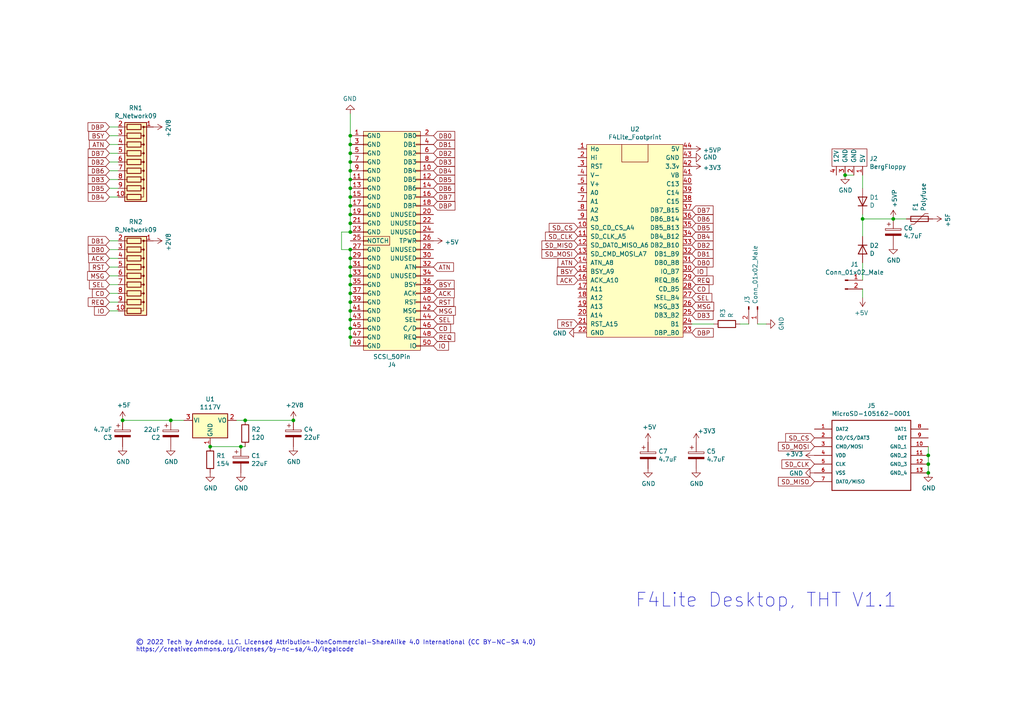
<source format=kicad_sch>
(kicad_sch (version 20211123) (generator eeschema)
  (paper "A4")
  (lib_symbols
    (symbol "Connector:Conn_01x02_Male" (pin_names (offset 1.016) hide)
      (property "Reference" "J" (at 0 2.54 0))
      (property "Value" "Conn_01x02_Male" (at 0 -5.08 0))
      (symbol "Conn_01x02_Male_1_1"
        (polyline (pts (xy 1.27 -2.54) (xy 0.8636 -2.54)) (stroke (width 0.1524)))
        (polyline (pts (xy 1.27 0) (xy 0.8636 0)) (stroke (width 0.1524)))
        (rectangle (start 0.8636 -2.413) (end 0 -2.667) (stroke (width 0.1524)) (fill (type outline)))
        (rectangle (start 0.8636 0.127) (end 0 -0.127) (stroke (width 0.1524)) (fill (type outline)))
        (pin passive line (at 5.08 0 180) (length 3.81) (name "Pin_1") (number "1"))
        (pin passive line (at 5.08 -2.54 180) (length 3.81) (name "Pin_2") (number "2"))
      )
    )
    (symbol "Device:CP" (pin_numbers hide) (pin_names (offset 0.254))
      (property "Reference" "C" (at 0.635 2.54 0))
      (property "Value" "Device_CP" (at 0.635 -2.54 0))
      (symbol "CP_0_1"
        (rectangle (start -2.286 0.508) (end 2.286 1.016))
        (polyline (pts (xy -1.778 2.286) (xy -0.762 2.286)))
        (polyline (pts (xy -1.27 2.794) (xy -1.27 1.778)))
        (rectangle (start 2.286 -0.508) (end -2.286 -1.016) (fill (type outline)))
      )
      (symbol "CP_1_1"
        (pin passive line (at 0 3.81 270) (length 2.794) (name "~") (number "1"))
        (pin passive line (at 0 -3.81 90) (length 2.794) (name "~") (number "2"))
      )
    )
    (symbol "Device:D" (pin_numbers hide) (pin_names (offset 1.016) hide)
      (property "Reference" "D" (at 0 2.54 0))
      (property "Value" "D" (at 0 -2.54 0))
      (symbol "D_0_1"
        (polyline (pts (xy -1.27 1.27) (xy -1.27 -1.27)) (stroke (width 0.254)))
        (polyline (pts (xy 1.27 0) (xy -1.27 0)))
        (polyline (pts (xy 1.27 1.27) (xy 1.27 -1.27) (xy -1.27 0) (xy 1.27 1.27)) (stroke (width 0.254)))
      )
      (symbol "D_1_1"
        (pin passive line (at -3.81 0 0) (length 2.54) (name "K") (number "1"))
        (pin passive line (at 3.81 0 180) (length 2.54) (name "A") (number "2"))
      )
    )
    (symbol "Device:Polyfuse" (pin_numbers hide) (pin_names (offset 0))
      (property "Reference" "F" (at -2.54 0 90))
      (property "Value" "Polyfuse" (at 2.54 0 90))
      (symbol "Polyfuse_0_1"
        (rectangle (start -0.762 2.54) (end 0.762 -2.54) (stroke (width 0.254)))
        (polyline (pts (xy 0 2.54) (xy 0 -2.54)))
        (polyline (pts (xy -1.524 2.54) (xy -1.524 1.524) (xy 1.524 -1.524) (xy 1.524 -2.54)))
      )
      (symbol "Polyfuse_1_1"
        (pin passive line (at 0 3.81 270) (length 1.27) (name "~") (number "1"))
        (pin passive line (at 0 -3.81 90) (length 1.27) (name "~") (number "2"))
      )
    )
    (symbol "Device:R" (pin_numbers hide) (pin_names (offset 0))
      (property "Reference" "R" (at 2.032 0 90))
      (property "Value" "R" (at 0 0 90))
      (symbol "R_0_1"
        (rectangle (start -1.016 -2.54) (end 1.016 2.54) (stroke (width 0.254)))
      )
      (symbol "R_1_1"
        (pin passive line (at 0 3.81 270) (length 1.27) (name "~") (number "1"))
        (pin passive line (at 0 -3.81 90) (length 1.27) (name "~") (number "2"))
      )
    )
    (symbol "Device:R_Network09" (pin_names (offset 0) hide)
      (property "Reference" "RN" (at -12.7 0 90))
      (property "Value" "R_Network09" (at 12.7 0 90))
      (symbol "R_Network09_0_1"
        (rectangle (start -11.43 -3.175) (end 11.43 3.175) (stroke (width 0.254)) (fill (type background)))
        (rectangle (start -10.922 1.524) (end -9.398 -2.54) (stroke (width 0.254)))
        (circle (center -10.16 2.286) (radius 0.254) (fill (type outline)))
        (rectangle (start -8.382 1.524) (end -6.858 -2.54) (stroke (width 0.254)))
        (circle (center -7.62 2.286) (radius 0.254) (fill (type outline)))
        (rectangle (start -5.842 1.524) (end -4.318 -2.54) (stroke (width 0.254)))
        (circle (center -5.08 2.286) (radius 0.254) (fill (type outline)))
        (rectangle (start -3.302 1.524) (end -1.778 -2.54) (stroke (width 0.254)))
        (circle (center -2.54 2.286) (radius 0.254) (fill (type outline)))
        (rectangle (start -0.762 1.524) (end 0.762 -2.54) (stroke (width 0.254)))
        (polyline (pts (xy -10.16 -2.54) (xy -10.16 -3.81)))
        (polyline (pts (xy -7.62 -2.54) (xy -7.62 -3.81)))
        (polyline (pts (xy -5.08 -2.54) (xy -5.08 -3.81)))
        (polyline (pts (xy -2.54 -2.54) (xy -2.54 -3.81)))
        (polyline (pts (xy 0 -2.54) (xy 0 -3.81)))
        (polyline (pts (xy 2.54 -2.54) (xy 2.54 -3.81)))
        (polyline (pts (xy 5.08 -2.54) (xy 5.08 -3.81)))
        (polyline (pts (xy 7.62 -2.54) (xy 7.62 -3.81)))
        (polyline (pts (xy 10.16 -2.54) (xy 10.16 -3.81)))
        (polyline (pts (xy -10.16 1.524) (xy -10.16 2.286) (xy -7.62 2.286) (xy -7.62 1.524)))
        (polyline (pts (xy -7.62 1.524) (xy -7.62 2.286) (xy -5.08 2.286) (xy -5.08 1.524)))
        (polyline (pts (xy -5.08 1.524) (xy -5.08 2.286) (xy -2.54 2.286) (xy -2.54 1.524)))
        (polyline (pts (xy -2.54 1.524) (xy -2.54 2.286) (xy 0 2.286) (xy 0 1.524)))
        (polyline (pts (xy 0 1.524) (xy 0 2.286) (xy 2.54 2.286) (xy 2.54 1.524)))
        (polyline (pts (xy 2.54 1.524) (xy 2.54 2.286) (xy 5.08 2.286) (xy 5.08 1.524)))
        (polyline (pts (xy 5.08 1.524) (xy 5.08 2.286) (xy 7.62 2.286) (xy 7.62 1.524)))
        (polyline (pts (xy 7.62 1.524) (xy 7.62 2.286) (xy 10.16 2.286) (xy 10.16 1.524)))
        (circle (center 0 2.286) (radius 0.254) (fill (type outline)))
        (rectangle (start 1.778 1.524) (end 3.302 -2.54) (stroke (width 0.254)))
        (circle (center 2.54 2.286) (radius 0.254) (fill (type outline)))
        (rectangle (start 4.318 1.524) (end 5.842 -2.54) (stroke (width 0.254)))
        (circle (center 5.08 2.286) (radius 0.254) (fill (type outline)))
        (rectangle (start 6.858 1.524) (end 8.382 -2.54) (stroke (width 0.254)))
        (circle (center 7.62 2.286) (radius 0.254) (fill (type outline)))
        (rectangle (start 9.398 1.524) (end 10.922 -2.54) (stroke (width 0.254)))
      )
      (symbol "R_Network09_1_1"
        (pin passive line (at -10.16 5.08 270) (length 2.54) (name "common") (number "1"))
        (pin passive line (at 10.16 -5.08 90) (length 1.27) (name "R9") (number "10"))
        (pin passive line (at -10.16 -5.08 90) (length 1.27) (name "R1") (number "2"))
        (pin passive line (at -7.62 -5.08 90) (length 1.27) (name "R2") (number "3"))
        (pin passive line (at -5.08 -5.08 90) (length 1.27) (name "R3") (number "4"))
        (pin passive line (at -2.54 -5.08 90) (length 1.27) (name "R4") (number "5"))
        (pin passive line (at 0 -5.08 90) (length 1.27) (name "R5") (number "6"))
        (pin passive line (at 2.54 -5.08 90) (length 1.27) (name "R6") (number "7"))
        (pin passive line (at 5.08 -5.08 90) (length 1.27) (name "R7") (number "8"))
        (pin passive line (at 7.62 -5.08 90) (length 1.27) (name "R8") (number "9"))
      )
    )
    (symbol "Regulator_Linear:AMS1117CD-2.85" (pin_names (offset 0.254))
      (property "Reference" "U" (at -3.81 3.175 0))
      (property "Value" "AMS1117CD-2.85" (at 0 3.175 0))
      (symbol "AMS1117CD-2.85_0_1"
        (rectangle (start -5.08 -5.08) (end 5.08 1.905) (stroke (width 0.254)) (fill (type background)))
      )
      (symbol "AMS1117CD-2.85_1_1"
        (pin power_in line (at 0 -7.62 90) (length 2.54) (name "GND") (number "1"))
        (pin power_out line (at 7.62 0 180) (length 2.54) (name "VO") (number "2"))
        (pin power_in line (at -7.62 0 0) (length 2.54) (name "VI") (number "3"))
      )
    )
    (symbol "custom_symbols:+5V_TPWR" (power) (pin_names (offset 0))
      (property "Value" "custom_symbols_+5V_TPWR" (at 0 3.556 0))
      (symbol "+5V_TPWR_0_1"
        (polyline (pts (xy -0.762 1.27) (xy 0 2.54)))
        (polyline (pts (xy 0 0) (xy 0 2.54)))
        (polyline (pts (xy 0 2.54) (xy 0.762 1.27)))
      )
      (symbol "+5V_TPWR_1_1"
        (pin power_in line (at 0 0 90) (length 0) hide (name "+5V") (number "1"))
      )
    )
    (symbol "custom_symbols:BergFloppy" (pin_names (offset 1.016))
      (property "Reference" "J" (at 0 -1.27 0))
      (property "Value" "custom_symbols_BergFloppy" (at 0 1.27 0))
      (symbol "BergFloppy_0_1"
        (rectangle (start -5.08 -10.16) (end 5.08 -5.08))
      )
      (symbol "BergFloppy_1_1"
        (pin power_in line (at 3.81 -12.7 90) (length 2.54) (name "5V") (number "1"))
        (pin power_in line (at 1.27 -12.7 90) (length 2.54) (name "GND") (number "2"))
        (pin power_in line (at -1.27 -12.7 90) (length 2.54) (name "GND") (number "3"))
        (pin power_in line (at -3.81 -12.7 90) (length 2.54) (name "12V") (number "4"))
      )
    )
    (symbol "custom_symbols:GreenSCSI_F401" (pin_names (offset 1.016))
      (property "Reference" "U" (at 0 0 0))
      (property "Value" "custom_symbols_GreenSCSI_F401" (at 0 2.54 0))
      (symbol "GreenSCSI_F401_0_1"
        (rectangle (start -13.97 -3.81) (end 13.97 -59.69) (fill (type background)))
        (polyline (pts (xy -3.81 -3.81) (xy -3.81 -8.89) (xy 3.81 -8.89) (xy 3.81 -3.81)))
      )
      (symbol "GreenSCSI_F401_1_1"
        (pin input line (at -16.51 -5.08 0) (length 2.54) (name "Ho") (number "1"))
        (pin input line (at -16.51 -27.94 0) (length 2.54) (name "SD_CD_CS_A4") (number "10"))
        (pin input line (at -16.51 -30.48 0) (length 2.54) (name "SD_CLK_A5") (number "11"))
        (pin input line (at -16.51 -33.02 0) (length 2.54) (name "SD_DAT0_MISO_A6") (number "12"))
        (pin input line (at -16.51 -35.56 0) (length 2.54) (name "SD_CMD_MOSI_A7") (number "13"))
        (pin input line (at -16.51 -38.1 0) (length 2.54) (name "ATN_A8") (number "14"))
        (pin input line (at -16.51 -40.64 0) (length 2.54) (name "BSY_A9") (number "15"))
        (pin input line (at -16.51 -43.18 0) (length 2.54) (name "ACK_A10") (number "16"))
        (pin input line (at -16.51 -45.72 0) (length 2.54) (name "A11") (number "17"))
        (pin input line (at -16.51 -48.26 0) (length 2.54) (name "A12") (number "18"))
        (pin input line (at -16.51 -50.8 0) (length 2.54) (name "A13") (number "19"))
        (pin input line (at -16.51 -7.62 0) (length 2.54) (name "Hi") (number "2"))
        (pin input line (at -16.51 -53.34 0) (length 2.54) (name "A14") (number "20"))
        (pin input line (at -16.51 -55.88 0) (length 2.54) (name "RST_A15") (number "21"))
        (pin input line (at -16.51 -58.42 0) (length 2.54) (name "GND") (number "22"))
        (pin input line (at 16.51 -58.42 180) (length 2.54) (name "DBP_B0") (number "23"))
        (pin input line (at 16.51 -55.88 180) (length 2.54) (name "B1") (number "24"))
        (pin input line (at 16.51 -53.34 180) (length 2.54) (name "DB3_B2") (number "25"))
        (pin input line (at 16.51 -50.8 180) (length 2.54) (name "MSG_B3") (number "26"))
        (pin input line (at 16.51 -48.26 180) (length 2.54) (name "SEL_B4") (number "27"))
        (pin input line (at 16.51 -45.72 180) (length 2.54) (name "CD_B5") (number "28"))
        (pin input line (at 16.51 -43.18 180) (length 2.54) (name "REQ_B6") (number "29"))
        (pin input line (at -16.51 -10.16 0) (length 2.54) (name "RST") (number "3"))
        (pin input line (at 16.51 -40.64 180) (length 2.54) (name "IO_B7") (number "30"))
        (pin input line (at 16.51 -38.1 180) (length 2.54) (name "DB0_B8") (number "31"))
        (pin input line (at 16.51 -35.56 180) (length 2.54) (name "DB1_B9") (number "32"))
        (pin input line (at 16.51 -33.02 180) (length 2.54) (name "DB2_B10") (number "33"))
        (pin input line (at 16.51 -30.48 180) (length 2.54) (name "DB4_B12") (number "34"))
        (pin input line (at 16.51 -27.94 180) (length 2.54) (name "DB5_B13") (number "35"))
        (pin input line (at 16.51 -25.4 180) (length 2.54) (name "DB6_B14") (number "36"))
        (pin input line (at 16.51 -22.86 180) (length 2.54) (name "DB7_B15") (number "37"))
        (pin input line (at 16.51 -20.32 180) (length 2.54) (name "C15") (number "38"))
        (pin input line (at 16.51 -17.78 180) (length 2.54) (name "C14") (number "39"))
        (pin input line (at -16.51 -12.7 0) (length 2.54) (name "V-") (number "4"))
        (pin input line (at 16.51 -15.24 180) (length 2.54) (name "C13") (number "40"))
        (pin input line (at 16.51 -12.7 180) (length 2.54) (name "VB") (number "41"))
        (pin input line (at 16.51 -10.16 180) (length 2.54) (name "3.3v") (number "42"))
        (pin input line (at 16.51 -7.62 180) (length 2.54) (name "GND") (number "43"))
        (pin input line (at 16.51 -5.08 180) (length 2.54) (name "5V") (number "44"))
        (pin input line (at -16.51 -15.24 0) (length 2.54) (name "V+") (number "5"))
        (pin input line (at -16.51 -17.78 0) (length 2.54) (name "A0") (number "6"))
        (pin input line (at -16.51 -20.32 0) (length 2.54) (name "A1") (number "7"))
        (pin input line (at -16.51 -22.86 0) (length 2.54) (name "A2") (number "8"))
        (pin input line (at -16.51 -25.4 0) (length 2.54) (name "A3") (number "9"))
      )
    )
    (symbol "custom_symbols:MicroSD-105162-0001" (pin_names (offset 1.016))
      (property "Reference" "J" (at 29.21 7.62 0))
      (property "Value" "custom_symbols_MicroSD-105162-0001" (at 29.21 5.08 0))
      (symbol "MicroSD-105162-0001_0_0"
        (polyline (pts (xy 5.08 2.54) (xy 5.08 -17.78)) (stroke (width 0.254)))
        (polyline (pts (xy 5.08 2.54) (xy 27.94 2.54)) (stroke (width 0.254)))
        (polyline (pts (xy 27.94 -17.78) (xy 5.08 -17.78)) (stroke (width 0.254)))
        (polyline (pts (xy 27.94 -17.78) (xy 27.94 2.54)) (stroke (width 0.254)))
        (pin bidirectional line (at 0 0 0) (length 5.08) (name "DAT2") (number "1"))
        (pin bidirectional line (at 33.02 -5.08 180) (length 5.08) (name "GND_1") (number "10"))
        (pin bidirectional line (at 33.02 -7.62 180) (length 5.08) (name "GND_2") (number "11"))
        (pin bidirectional line (at 33.02 -10.16 180) (length 5.08) (name "GND_3") (number "12"))
        (pin bidirectional line (at 33.02 -12.7 180) (length 5.08) (name "GND_4") (number "13"))
        (pin bidirectional line (at 0 -2.54 0) (length 5.08) (name "CD/CS/DAT3") (number "2"))
        (pin bidirectional line (at 0 -5.08 0) (length 5.08) (name "CMD/MOSI") (number "3"))
        (pin bidirectional line (at 0 -7.62 0) (length 5.08) (name "VDD") (number "4"))
        (pin bidirectional line (at 0 -10.16 0) (length 5.08) (name "CLK") (number "5"))
        (pin bidirectional line (at 0 -12.7 0) (length 5.08) (name "VSS") (number "6"))
        (pin bidirectional line (at 0 -15.24 0) (length 5.08) (name "DAT0/MISO") (number "7"))
        (pin bidirectional line (at 33.02 0 180) (length 5.08) (name "DAT1") (number "8"))
        (pin bidirectional line (at 33.02 -2.54 180) (length 5.08) (name "DET") (number "9"))
      )
    )
    (symbol "custom_symbols:SCSI_50Pin" (pin_names (offset 1.016))
      (property "Reference" "J" (at -3.81 33.02 0))
      (property "Value" "custom_symbols_SCSI_50Pin" (at -3.81 -33.02 0))
      (symbol "SCSI_50Pin_0_1"
        (rectangle (start -11.43 1.27) (end -3.81 -1.27))
        (rectangle (start -11.43 31.75) (end 5.08 -31.75) (fill (type background)))
      )
      (symbol "SCSI_50Pin_1_1"
        (rectangle (start -11.43 -30.353) (end -10.16 -30.607) (stroke (width 0.1524)))
        (rectangle (start -11.43 -27.813) (end -10.16 -28.067) (stroke (width 0.1524)))
        (rectangle (start -11.43 -25.273) (end -10.16 -25.527) (stroke (width 0.1524)))
        (rectangle (start -11.43 -22.733) (end -10.16 -22.987) (stroke (width 0.1524)))
        (rectangle (start -11.43 -20.193) (end -10.16 -20.447) (stroke (width 0.1524)))
        (rectangle (start -11.43 -17.653) (end -10.16 -17.907) (stroke (width 0.1524)))
        (rectangle (start -11.43 -15.113) (end -10.16 -15.367) (stroke (width 0.1524)))
        (rectangle (start -11.43 -12.573) (end -10.16 -12.827) (stroke (width 0.1524)))
        (rectangle (start -11.43 -10.033) (end -10.16 -10.287) (stroke (width 0.1524)))
        (rectangle (start -11.43 -7.493) (end -10.16 -7.747) (stroke (width 0.1524)))
        (rectangle (start -11.43 -4.953) (end -10.16 -5.207) (stroke (width 0.1524)))
        (rectangle (start -11.43 -2.413) (end -10.16 -2.667) (stroke (width 0.1524)))
        (rectangle (start -11.43 0.127) (end -10.16 -0.127) (stroke (width 0.1524)))
        (rectangle (start -11.43 2.667) (end -10.16 2.413) (stroke (width 0.1524)))
        (rectangle (start -11.43 5.207) (end -10.16 4.953) (stroke (width 0.1524)))
        (rectangle (start -11.43 7.747) (end -10.16 7.493) (stroke (width 0.1524)))
        (rectangle (start -11.43 10.287) (end -10.16 10.033) (stroke (width 0.1524)))
        (rectangle (start -11.43 12.827) (end -10.16 12.573) (stroke (width 0.1524)))
        (rectangle (start -11.43 15.367) (end -10.16 15.113) (stroke (width 0.1524)))
        (rectangle (start -11.43 17.907) (end -10.16 17.653) (stroke (width 0.1524)))
        (rectangle (start -11.43 20.447) (end -10.16 20.193) (stroke (width 0.1524)))
        (rectangle (start -11.43 22.987) (end -10.16 22.733) (stroke (width 0.1524)))
        (rectangle (start -11.43 25.527) (end -10.16 25.273) (stroke (width 0.1524)))
        (rectangle (start -11.43 28.067) (end -10.16 27.813) (stroke (width 0.1524)))
        (rectangle (start -11.43 30.607) (end -10.16 30.353) (stroke (width 0.1524)))
        (rectangle (start 5.08 -30.353) (end 3.81 -30.607) (stroke (width 0.1524)))
        (rectangle (start 5.08 -27.813) (end 3.81 -28.067) (stroke (width 0.1524)))
        (rectangle (start 5.08 -25.273) (end 3.81 -25.527) (stroke (width 0.1524)))
        (rectangle (start 5.08 -22.733) (end 3.81 -22.987) (stroke (width 0.1524)))
        (rectangle (start 5.08 -20.193) (end 3.81 -20.447) (stroke (width 0.1524)))
        (rectangle (start 5.08 -17.653) (end 3.81 -17.907) (stroke (width 0.1524)))
        (rectangle (start 5.08 -15.113) (end 3.81 -15.367) (stroke (width 0.1524)))
        (rectangle (start 5.08 -12.573) (end 3.81 -12.827) (stroke (width 0.1524)))
        (rectangle (start 5.08 -10.033) (end 3.81 -10.287) (stroke (width 0.1524)))
        (rectangle (start 5.08 -7.493) (end 3.81 -7.747) (stroke (width 0.1524)))
        (rectangle (start 5.08 -4.953) (end 3.81 -5.207) (stroke (width 0.1524)))
        (rectangle (start 5.08 -2.413) (end 3.81 -2.667) (stroke (width 0.1524)))
        (rectangle (start 5.08 0.127) (end 3.81 -0.127) (stroke (width 0.1524)))
        (rectangle (start 5.08 2.667) (end 3.81 2.413) (stroke (width 0.1524)))
        (rectangle (start 5.08 5.207) (end 3.81 4.953) (stroke (width 0.1524)))
        (rectangle (start 5.08 7.747) (end 3.81 7.493) (stroke (width 0.1524)))
        (rectangle (start 5.08 10.287) (end 3.81 10.033) (stroke (width 0.1524)))
        (rectangle (start 5.08 12.827) (end 3.81 12.573) (stroke (width 0.1524)))
        (rectangle (start 5.08 15.367) (end 3.81 15.113) (stroke (width 0.1524)))
        (rectangle (start 5.08 17.907) (end 3.81 17.653) (stroke (width 0.1524)))
        (rectangle (start 5.08 20.447) (end 3.81 20.193) (stroke (width 0.1524)))
        (rectangle (start 5.08 22.987) (end 3.81 22.733) (stroke (width 0.1524)))
        (rectangle (start 5.08 25.527) (end 3.81 25.273) (stroke (width 0.1524)))
        (rectangle (start 5.08 28.067) (end 3.81 27.813) (stroke (width 0.1524)))
        (rectangle (start 5.08 30.607) (end 3.81 30.353) (stroke (width 0.1524)))
        (pin passive line (at -15.24 30.48 0) (length 3.81) (name "GND") (number "1"))
        (pin passive line (at 8.89 20.32 180) (length 3.81) (name "DB4") (number "10"))
        (pin passive line (at -15.24 17.78 0) (length 3.81) (name "GND") (number "11"))
        (pin passive line (at 8.89 17.78 180) (length 3.81) (name "DB5") (number "12"))
        (pin passive line (at -15.24 15.24 0) (length 3.81) (name "GND") (number "13"))
        (pin passive line (at 8.89 15.24 180) (length 3.81) (name "DB6") (number "14"))
        (pin passive line (at -15.24 12.7 0) (length 3.81) (name "GND") (number "15"))
        (pin passive line (at 8.89 12.7 180) (length 3.81) (name "DB7") (number "16"))
        (pin passive line (at -15.24 10.16 0) (length 3.81) (name "GND") (number "17"))
        (pin passive line (at 8.89 10.16 180) (length 3.81) (name "DBP") (number "18"))
        (pin passive line (at -15.24 7.62 0) (length 3.81) (name "GND") (number "19"))
        (pin passive line (at 8.89 30.48 180) (length 3.81) (name "DB0") (number "2"))
        (pin passive line (at 8.89 7.62 180) (length 3.81) (name "UNUSED") (number "20"))
        (pin passive line (at -15.24 5.08 0) (length 3.81) (name "GND") (number "21"))
        (pin passive line (at 8.89 5.08 180) (length 3.81) (name "UNUSED") (number "22"))
        (pin passive line (at -15.24 2.54 0) (length 3.81) (name "GND") (number "23"))
        (pin passive line (at 8.89 2.54 180) (length 3.81) (name "UNUSED") (number "24"))
        (pin passive line (at -15.24 0 0) (length 3.81) (name "NOTCH") (number "25"))
        (pin passive line (at 8.89 0 180) (length 3.81) (name "TPWR") (number "26"))
        (pin passive line (at -15.24 -2.54 0) (length 3.81) (name "GND") (number "27"))
        (pin passive line (at 8.89 -2.54 180) (length 3.81) (name "UNUSED") (number "28"))
        (pin passive line (at -15.24 -5.08 0) (length 3.81) (name "GND") (number "29"))
        (pin passive line (at -15.24 27.94 0) (length 3.81) (name "GND") (number "3"))
        (pin passive line (at 8.89 -5.08 180) (length 3.81) (name "UNUSED") (number "30"))
        (pin passive line (at -15.24 -7.62 0) (length 3.81) (name "GND") (number "31"))
        (pin passive line (at 8.89 -7.62 180) (length 3.81) (name "ATN") (number "32"))
        (pin passive line (at -15.24 -10.16 0) (length 3.81) (name "GND") (number "33"))
        (pin passive line (at 8.89 -10.16 180) (length 3.81) (name "UNUSED") (number "34"))
        (pin passive line (at -15.24 -12.7 0) (length 3.81) (name "GND") (number "35"))
        (pin passive line (at 8.89 -12.7 180) (length 3.81) (name "BSY") (number "36"))
        (pin passive line (at -15.24 -15.24 0) (length 3.81) (name "GND") (number "37"))
        (pin passive line (at 8.89 -15.24 180) (length 3.81) (name "ACK") (number "38"))
        (pin passive line (at -15.24 -17.78 0) (length 3.81) (name "GND") (number "39"))
        (pin passive line (at 8.89 27.94 180) (length 3.81) (name "DB1") (number "4"))
        (pin passive line (at 8.89 -17.78 180) (length 3.81) (name "RST") (number "40"))
        (pin passive line (at -15.24 -20.32 0) (length 3.81) (name "GND") (number "41"))
        (pin passive line (at 8.89 -20.32 180) (length 3.81) (name "MSG") (number "42"))
        (pin passive line (at -15.24 -22.86 0) (length 3.81) (name "GND") (number "43"))
        (pin passive line (at 8.89 -22.86 180) (length 3.81) (name "SEL") (number "44"))
        (pin passive line (at -15.24 -25.4 0) (length 3.81) (name "GND") (number "45"))
        (pin passive line (at 8.89 -25.4 180) (length 3.81) (name "C/D") (number "46"))
        (pin passive line (at -15.24 -27.94 0) (length 3.81) (name "GND") (number "47"))
        (pin passive line (at 8.89 -27.94 180) (length 3.81) (name "REQ") (number "48"))
        (pin passive line (at -15.24 -30.48 0) (length 3.81) (name "GND") (number "49"))
        (pin passive line (at -15.24 25.4 0) (length 3.81) (name "GND") (number "5"))
        (pin passive line (at 8.89 -30.48 180) (length 3.81) (name "IO") (number "50"))
        (pin passive line (at 8.89 25.4 180) (length 3.81) (name "DB2") (number "6"))
        (pin passive line (at -15.24 22.86 0) (length 3.81) (name "GND") (number "7"))
        (pin passive line (at 8.89 22.86 180) (length 3.81) (name "DB3") (number "8"))
        (pin passive line (at -15.24 20.32 0) (length 3.81) (name "GND") (number "9"))
      )
    )
    (symbol "power:+2V8" (power) (pin_names (offset 0))
      (property "Value" "+2V8" (at 0 3.556 0))
      (symbol "+2V8_0_1"
        (polyline (pts (xy -0.762 1.27) (xy 0 2.54)))
        (polyline (pts (xy 0 0) (xy 0 2.54)))
        (polyline (pts (xy 0 2.54) (xy 0.762 1.27)))
      )
      (symbol "+2V8_1_1"
        (pin power_in line (at 0 0 90) (length 0) hide (name "+2V8") (number "1"))
      )
    )
    (symbol "power:+3V3" (power) (pin_names (offset 0))
      (property "Value" "+3V3" (at 0 3.556 0))
      (symbol "+3V3_0_1"
        (polyline (pts (xy -0.762 1.27) (xy 0 2.54)))
        (polyline (pts (xy 0 0) (xy 0 2.54)))
        (polyline (pts (xy 0 2.54) (xy 0.762 1.27)))
      )
      (symbol "+3V3_1_1"
        (pin power_in line (at 0 0 90) (length 0) hide (name "+3V3") (number "1"))
      )
    )
    (symbol "power:+5F" (power) (pin_names (offset 0))
      (property "Value" "+5F" (at 0 3.556 0))
      (symbol "+5F_0_1"
        (polyline (pts (xy -0.762 1.27) (xy 0 2.54)))
        (polyline (pts (xy 0 0) (xy 0 2.54)))
        (polyline (pts (xy 0 2.54) (xy 0.762 1.27)))
      )
      (symbol "+5F_1_1"
        (pin power_in line (at 0 0 90) (length 0) hide (name "+5F") (number "1"))
      )
    )
    (symbol "power:+5VP" (power) (pin_names (offset 0))
      (property "Value" "+5VP" (at 0 3.556 0))
      (symbol "+5VP_0_1"
        (polyline (pts (xy -0.762 1.27) (xy 0 2.54)))
        (polyline (pts (xy 0 0) (xy 0 2.54)))
        (polyline (pts (xy 0 2.54) (xy 0.762 1.27)))
      )
      (symbol "+5VP_1_1"
        (pin power_in line (at 0 0 90) (length 0) hide (name "+5VP") (number "1"))
      )
    )
    (symbol "power:GND" (power) (pin_names (offset 0))
      (property "Value" "GND" (at 0 -3.81 0))
      (symbol "GND_0_1"
        (polyline (pts (xy 0 0) (xy 0 -1.27) (xy 1.27 -1.27) (xy 0 -2.54) (xy -1.27 -1.27) (xy 0 -1.27)))
      )
      (symbol "GND_1_1"
        (pin power_in line (at 0 0 270) (length 0) hide (name "GND") (number "1"))
      )
    )
  )
  (junction (at 101.6 77.47))
  (junction (at 101.6 80.01))
  (junction (at 69.85 129.54))
  (junction (at 269.24 137.16))
  (junction (at 60.96 129.54))
  (junction (at 101.6 57.15))
  (junction (at 101.6 95.25))
  (junction (at 101.6 44.45))
  (junction (at 101.6 90.17))
  (junction (at 101.6 85.09))
  (junction (at 269.24 134.62))
  (junction (at 49.53 121.92))
  (junction (at 35.56 121.92))
  (junction (at 101.6 87.63))
  (junction (at 101.6 41.91))
  (junction (at 269.24 132.08))
  (junction (at 101.6 49.53))
  (junction (at 101.6 46.99))
  (junction (at 101.6 59.69))
  (junction (at 101.6 52.07))
  (junction (at 85.09 121.92))
  (junction (at 259.08 63.5))
  (junction (at 101.6 72.39))
  (junction (at 101.6 97.79))
  (junction (at 71.12 121.92))
  (junction (at 101.6 62.23))
  (junction (at 245.11 50.8))
  (junction (at 101.6 67.31))
  (junction (at 101.6 54.61))
  (junction (at 101.6 74.93))
  (junction (at 101.6 92.71))
  (junction (at 101.6 64.77))
  (junction (at 101.6 39.37))
  (junction (at 250.19 63.5))
  (junction (at 101.6 82.55))
  (wire (pts (xy 34.29 36.83) (xy 31.75 36.83)))
  (wire (pts (xy 101.6 52.07) (xy 101.6 49.53)))
  (wire (pts (xy 269.24 134.62) (xy 269.24 137.16)))
  (wire (pts (xy 101.6 54.61) (xy 101.6 52.07)))
  (wire (pts (xy 71.12 129.54) (xy 69.85 129.54)))
  (wire (pts (xy 34.29 44.45) (xy 31.75 44.45)))
  (wire (pts (xy 71.12 121.92) (xy 85.09 121.92)))
  (wire (pts (xy 34.29 52.07) (xy 31.75 52.07)))
  (wire (pts (xy 101.6 77.47) (xy 101.6 74.93)))
  (wire (pts (xy 53.34 121.92) (xy 49.53 121.92)))
  (wire (pts (xy 101.6 59.69) (xy 101.6 57.15)))
  (wire (pts (xy 250.19 63.5) (xy 259.08 63.5)))
  (wire (pts (xy 101.6 62.23) (xy 101.6 59.69)))
  (wire (pts (xy 101.6 82.55) (xy 101.6 80.01)))
  (wire (pts (xy 31.75 72.39) (xy 34.29 72.39)))
  (wire (pts (xy 34.29 46.99) (xy 31.75 46.99)))
  (wire (pts (xy 250.19 50.8) (xy 250.19 54.61)))
  (wire (pts (xy 101.6 87.63) (xy 101.6 85.09)))
  (wire (pts (xy 101.6 57.15) (xy 101.6 54.61)))
  (wire (pts (xy 34.29 49.53) (xy 31.75 49.53)))
  (wire (pts (xy 101.6 49.53) (xy 101.6 46.99)))
  (wire (pts (xy 101.6 85.09) (xy 101.6 82.55)))
  (wire (pts (xy 101.6 41.91) (xy 101.6 39.37)))
  (wire (pts (xy 31.75 80.01) (xy 34.29 80.01)))
  (wire (pts (xy 200.66 93.98) (xy 207.01 93.98)))
  (wire (pts (xy 31.75 85.09) (xy 34.29 85.09)))
  (wire (pts (xy 31.75 69.85) (xy 34.29 69.85)))
  (wire (pts (xy 35.56 121.92) (xy 49.53 121.92)))
  (wire (pts (xy 269.24 129.54) (xy 269.24 132.08)))
  (wire (pts (xy 101.6 97.79) (xy 101.6 95.25)))
  (wire (pts (xy 101.6 95.25) (xy 101.6 92.71)))
  (wire (pts (xy 101.6 39.37) (xy 101.6 33.02)))
  (wire (pts (xy 101.6 72.39) (xy 99.06 72.39)))
  (wire (pts (xy 247.65 50.8) (xy 245.11 50.8)))
  (wire (pts (xy 101.6 90.17) (xy 101.6 87.63)))
  (wire (pts (xy 34.29 54.61) (xy 31.75 54.61)))
  (wire (pts (xy 269.24 132.08) (xy 269.24 134.62)))
  (wire (pts (xy 34.29 57.15) (xy 31.75 57.15)))
  (wire (pts (xy 101.6 92.71) (xy 101.6 90.17)))
  (wire (pts (xy 250.19 76.2) (xy 250.19 81.28)))
  (wire (pts (xy 217.17 93.98) (xy 214.63 93.98)))
  (wire (pts (xy 219.71 93.98) (xy 222.25 93.98)))
  (wire (pts (xy 101.6 46.99) (xy 101.6 44.45)))
  (wire (pts (xy 34.29 39.37) (xy 31.75 39.37)))
  (wire (pts (xy 259.08 63.5) (xy 262.89 63.5)))
  (wire (pts (xy 101.6 80.01) (xy 101.6 77.47)))
  (wire (pts (xy 31.75 90.17) (xy 34.29 90.17)))
  (wire (pts (xy 101.6 64.77) (xy 101.6 62.23)))
  (wire (pts (xy 31.75 74.93) (xy 34.29 74.93)))
  (wire (pts (xy 101.6 44.45) (xy 101.6 41.91)))
  (wire (pts (xy 68.58 121.92) (xy 71.12 121.92)))
  (wire (pts (xy 250.19 63.5) (xy 250.19 62.23)))
  (wire (pts (xy 101.6 74.93) (xy 101.6 72.39)))
  (wire (pts (xy 69.85 129.54) (xy 60.96 129.54)))
  (wire (pts (xy 101.6 67.31) (xy 101.6 64.77)))
  (wire (pts (xy 31.75 87.63) (xy 34.29 87.63)))
  (wire (pts (xy 99.06 67.31) (xy 101.6 67.31)))
  (wire (pts (xy 250.19 83.82) (xy 250.19 86.36)))
  (wire (pts (xy 99.06 72.39) (xy 99.06 67.31)))
  (wire (pts (xy 31.75 82.55) (xy 34.29 82.55)))
  (wire (pts (xy 101.6 100.33) (xy 101.6 97.79)))
  (wire (pts (xy 250.19 68.58) (xy 250.19 63.5)))
  (wire (pts (xy 31.75 77.47) (xy 34.29 77.47)))
  (wire (pts (xy 34.29 41.91) (xy 31.75 41.91)))
  (text "F4Lite Desktop, THT V1.1" (at 184.15 176.53 0) (effects (font (size 4 4)) (justify left bottom)))
  (text "© 2022 Tech by Androda, LLC. Licensed Attribution-NonCommercial-ShareAlike 4.0 International (CC BY-NC-SA 4.0)\nhttps://creativecommons.org/licenses/by-nc-sa/4.0/legalcode" (at 39.37 189.23 0) (effects (font (size 1.27 1.27)) (justify left bottom)))
  (global_label "SD_CLK" (shape input) (at 167.64 68.58 180) (property "Intersheet References" "${INTERSHEET_REFS}" (effects hide)))
  (global_label "DB6" (shape input) (at 200.66 63.5 0) (property "Intersheet References" "${INTERSHEET_REFS}" (effects hide)))
  (global_label "SD_CLK" (shape input) (at 236.22 134.62 180) (property "Intersheet References" "${INTERSHEET_REFS}" (effects hide)))
  (global_label "ATN" (shape input) (at 31.75 41.91 180) (property "Intersheet References" "${INTERSHEET_REFS}" (effects hide)))
  (global_label "SD_MOSI" (shape input) (at 236.22 129.54 180) (property "Intersheet References" "${INTERSHEET_REFS}" (effects hide)))
  (global_label "ACK" (shape input) (at 125.73 85.09 0) (property "Intersheet References" "${INTERSHEET_REFS}" (effects hide)))
  (global_label "DB7" (shape input) (at 125.73 57.15 0) (property "Intersheet References" "${INTERSHEET_REFS}" (effects hide)))
  (global_label "RST" (shape input) (at 167.64 93.98 180) (property "Intersheet References" "${INTERSHEET_REFS}" (effects hide)))
  (global_label "SD_CS" (shape input) (at 167.64 66.04 180) (property "Intersheet References" "${INTERSHEET_REFS}" (effects hide)))
  (global_label "DB4" (shape input) (at 200.66 68.58 0) (property "Intersheet References" "${INTERSHEET_REFS}" (effects hide)))
  (global_label "DB1" (shape input) (at 125.73 41.91 0) (property "Intersheet References" "${INTERSHEET_REFS}" (effects hide)))
  (global_label "SD_MOSI" (shape input) (at 167.64 73.66 180) (property "Intersheet References" "${INTERSHEET_REFS}" (effects hide)))
  (global_label "DB7" (shape input) (at 31.75 44.45 180) (property "Intersheet References" "${INTERSHEET_REFS}" (effects hide)))
  (global_label "DB1" (shape input) (at 200.66 73.66 0) (property "Intersheet References" "${INTERSHEET_REFS}" (effects hide)))
  (global_label "DB0" (shape input) (at 200.66 76.2 0) (property "Intersheet References" "${INTERSHEET_REFS}" (effects hide)))
  (global_label "BSY" (shape input) (at 167.64 78.74 180) (property "Intersheet References" "${INTERSHEET_REFS}" (effects hide)))
  (global_label "DB2" (shape input) (at 200.66 71.12 0) (property "Intersheet References" "${INTERSHEET_REFS}" (effects hide)))
  (global_label "SEL" (shape input) (at 125.73 92.71 0) (property "Intersheet References" "${INTERSHEET_REFS}" (effects hide)))
  (global_label "IO" (shape input) (at 31.75 90.17 180) (property "Intersheet References" "${INTERSHEET_REFS}" (effects hide)))
  (global_label "REQ" (shape input) (at 125.73 97.79 0) (property "Intersheet References" "${INTERSHEET_REFS}" (effects hide)))
  (global_label "CD" (shape input) (at 31.75 85.09 180) (property "Intersheet References" "${INTERSHEET_REFS}" (effects hide)))
  (global_label "SD_MISO" (shape input) (at 167.64 71.12 180) (property "Intersheet References" "${INTERSHEET_REFS}" (effects hide)))
  (global_label "IO" (shape input) (at 125.73 100.33 0) (property "Intersheet References" "${INTERSHEET_REFS}" (effects hide)))
  (global_label "CD" (shape input) (at 200.66 83.82 0) (property "Intersheet References" "${INTERSHEET_REFS}" (effects hide)))
  (global_label "MSG" (shape input) (at 200.66 88.9 0) (property "Intersheet References" "${INTERSHEET_REFS}" (effects hide)))
  (global_label "DBP" (shape input) (at 31.75 36.83 180) (property "Intersheet References" "${INTERSHEET_REFS}" (effects hide)))
  (global_label "DB4" (shape input) (at 31.75 57.15 180) (property "Intersheet References" "${INTERSHEET_REFS}" (effects hide)))
  (global_label "DB2" (shape input) (at 31.75 46.99 180) (property "Intersheet References" "${INTERSHEET_REFS}" (effects hide)))
  (global_label "RST" (shape input) (at 125.73 87.63 0) (property "Intersheet References" "${INTERSHEET_REFS}" (effects hide)))
  (global_label "ACK" (shape input) (at 167.64 81.28 180) (property "Intersheet References" "${INTERSHEET_REFS}" (effects hide)))
  (global_label "DBP" (shape input) (at 200.66 96.52 0) (property "Intersheet References" "${INTERSHEET_REFS}" (effects hide)))
  (global_label "REQ" (shape input) (at 200.66 81.28 0) (property "Intersheet References" "${INTERSHEET_REFS}" (effects hide)))
  (global_label "DBP" (shape input) (at 125.73 59.69 0) (property "Intersheet References" "${INTERSHEET_REFS}" (effects hide)))
  (global_label "DB0" (shape input) (at 31.75 72.39 180) (property "Intersheet References" "${INTERSHEET_REFS}" (effects hide)))
  (global_label "DB6" (shape input) (at 125.73 54.61 0) (property "Intersheet References" "${INTERSHEET_REFS}" (effects hide)))
  (global_label "DB2" (shape input) (at 125.73 44.45 0) (property "Intersheet References" "${INTERSHEET_REFS}" (effects hide)))
  (global_label "RST" (shape input) (at 31.75 77.47 180) (property "Intersheet References" "${INTERSHEET_REFS}" (effects hide)))
  (global_label "DB4" (shape input) (at 125.73 49.53 0) (property "Intersheet References" "${INTERSHEET_REFS}" (effects hide)))
  (global_label "DB0" (shape input) (at 125.73 39.37 0) (property "Intersheet References" "${INTERSHEET_REFS}" (effects hide)))
  (global_label "SD_MISO" (shape input) (at 236.22 139.7 180) (property "Intersheet References" "${INTERSHEET_REFS}" (effects hide)))
  (global_label "SEL" (shape input) (at 200.66 86.36 0) (property "Intersheet References" "${INTERSHEET_REFS}" (effects hide)))
  (global_label "DB6" (shape input) (at 31.75 49.53 180) (property "Intersheet References" "${INTERSHEET_REFS}" (effects hide)))
  (global_label "ACK" (shape input) (at 31.75 74.93 180) (property "Intersheet References" "${INTERSHEET_REFS}" (effects hide)))
  (global_label "DB3" (shape input) (at 200.66 91.44 0) (property "Intersheet References" "${INTERSHEET_REFS}" (effects hide)))
  (global_label "IO" (shape input) (at 200.66 78.74 0) (property "Intersheet References" "${INTERSHEET_REFS}" (effects hide)))
  (global_label "BSY" (shape input) (at 31.75 39.37 180) (property "Intersheet References" "${INTERSHEET_REFS}" (effects hide)))
  (global_label "DB3" (shape input) (at 125.73 46.99 0) (property "Intersheet References" "${INTERSHEET_REFS}" (effects hide)))
  (global_label "DB5" (shape input) (at 125.73 52.07 0) (property "Intersheet References" "${INTERSHEET_REFS}" (effects hide)))
  (global_label "ATN" (shape input) (at 125.73 77.47 0) (property "Intersheet References" "${INTERSHEET_REFS}" (effects hide)))
  (global_label "CD" (shape input) (at 125.73 95.25 0) (property "Intersheet References" "${INTERSHEET_REFS}" (effects hide)))
  (global_label "BSY" (shape input) (at 125.73 82.55 0) (property "Intersheet References" "${INTERSHEET_REFS}" (effects hide)))
  (global_label "DB3" (shape input) (at 31.75 52.07 180) (property "Intersheet References" "${INTERSHEET_REFS}" (effects hide)))
  (global_label "REQ" (shape input) (at 31.75 87.63 180) (property "Intersheet References" "${INTERSHEET_REFS}" (effects hide)))
  (global_label "ATN" (shape input) (at 167.64 76.2 180) (property "Intersheet References" "${INTERSHEET_REFS}" (effects hide)))
  (global_label "DB5" (shape input) (at 200.66 66.04 0) (property "Intersheet References" "${INTERSHEET_REFS}" (effects hide)))
  (global_label "DB7" (shape input) (at 200.66 60.96 0) (property "Intersheet References" "${INTERSHEET_REFS}" (effects hide)))
  (global_label "SEL" (shape input) (at 31.75 82.55 180) (property "Intersheet References" "${INTERSHEET_REFS}" (effects hide)))
  (global_label "MSG" (shape input) (at 125.73 90.17 0) (property "Intersheet References" "${INTERSHEET_REFS}" (effects hide)))
  (global_label "SD_CS" (shape input) (at 236.22 127 180) (property "Intersheet References" "${INTERSHEET_REFS}" (effects hide)))
  (global_label "MSG" (shape input) (at 31.75 80.01 180) (property "Intersheet References" "${INTERSHEET_REFS}" (effects hide)))
  (global_label "DB5" (shape input) (at 31.75 54.61 180) (property "Intersheet References" "${INTERSHEET_REFS}" (effects hide)))
  (global_label "DB1" (shape input) (at 31.75 69.85 180) (property "Intersheet References" "${INTERSHEET_REFS}" (effects hide)))
  (symbol (lib_id "Regulator_Linear:AMS1117CD-2.85") (at 60.96 121.92 0) (unit 1)
    (property "Reference" "U1" (at 60.96 115.7732 0))
    (property "Value" "1117V" (at 60.96 118.0846 0))
    (property "Footprint" "Package_TO_SOT_THT:TO-220-3_Horizontal_TabDown" (effects hide))
    (property "Datasheet" "http://www.advanced-monolithic.com/pdf/ds1117.pdf" (effects hide))
  )
  (symbol (lib_id "power:GND") (at 60.96 137.16 0) (unit 1)
    (property "Reference" "#PWR06" (effects hide))
    (property "Value" "GND" (at 61.087 141.5542 0))
  )
  (symbol (lib_id "power:+2V8") (at 85.09 121.92 0) (unit 1)
    (property "Reference" "#PWR08" (effects hide))
    (property "Value" "+2V8" (at 85.471 117.5258 0))
  )
  (symbol (lib_id "Device:CP") (at 85.09 125.73 0) (unit 1)
    (property "Reference" "C4" (at 88.0872 124.5616 0) (effects (justify left)))
    (property "Value" "22uF" (at 88.0872 126.873 0) (effects (justify left)))
    (property "Footprint" "Capacitor_SMD:C_1210_3225Metric_Pad1.42x2.65mm_HandSolder" (effects hide))
  )
  (symbol (lib_id "Device:CP") (at 49.53 125.73 0) (unit 1)
    (property "Reference" "C2" (at 46.5328 126.8984 0) (effects (justify right)))
    (property "Value" "22uF" (at 46.5328 124.587 0) (effects (justify right)))
    (property "Footprint" "Capacitor_SMD:C_1210_3225Metric_Pad1.42x2.65mm_HandSolder" (effects hide))
  )
  (symbol (lib_id "power:GND") (at 49.53 129.54 0) (unit 1)
    (property "Reference" "#PWR03" (effects hide))
    (property "Value" "GND" (at 49.657 133.9342 0))
  )
  (symbol (lib_id "power:GND") (at 85.09 129.54 0) (unit 1)
    (property "Reference" "#PWR07" (effects hide))
    (property "Value" "GND" (at 85.217 133.9342 0))
  )
  (symbol (lib_id "custom_symbols:SCSI_50Pin") (at 116.84 69.85 0) (unit 1)
    (property "Reference" "J4" (at 113.665 105.791 0))
    (property "Value" "SCSI_50Pin" (at 113.665 103.4796 0))
    (property "Footprint" "CustomFootprints:SCSI50_EdgeConn" (effects hide))
  )
  (symbol (lib_id "power:GND") (at 101.6 33.02 180) (unit 1)
    (property "Reference" "#PWR033" (effects hide))
    (property "Value" "GND" (at 101.473 28.6258 0))
  )
  (symbol (lib_id "custom_symbols:+5V_TPWR") (at 125.73 69.85 270) (unit 1)
    (property "Reference" "#PWR0101" (effects hide))
    (property "Value" "+5V_TPWR" (at 128.9812 70.231 90) (effects (justify left)))
  )
  (symbol (lib_id "custom_symbols:+5V_TPWR") (at 250.19 86.36 180) (unit 1)
    (property "Reference" "#PWR0103" (effects hide))
    (property "Value" "+5V_TPWR" (at 249.809 90.7542 0))
  )
  (symbol (lib_id "custom_symbols:MicroSD-105162-0001") (at 236.22 124.46 0) (unit 1)
    (property "Reference" "J5" (at 252.73 117.6782 0))
    (property "Value" "MicroSD-105162-0001" (at 252.73 119.9896 0))
    (property "Footprint" "CustomFootprints:microsd_molex_1051620001" (effects hide))
    (property "MANUFACTURER_PART_NUMBER" "105162-0001" (effects hide))
    (property "HEIGHT" "mm" (effects hide))
    (property "MOUSER_PART_NUMBER" "538-105162-0001" (effects hide))
    (property "DESCRIPTION" "Memory Card Connectors 1.45H MICRO SD HEADER WITH D/C PIN" (effects hide))
    (property "MANUFACTURER_NAME" "Molex" (effects hide))
    (property "MOUSER_PRICE-STOCK" "https://www.mouser.co.uk/ProductDetail/Molex/105162-0001?qs=1fNsfHe5VsK8daqlgKxZfQ%3D%3D" (effects hide))
  )
  (symbol (lib_id "power:GND") (at 236.22 137.16 270) (unit 1)
    (property "Reference" "#PWR0109" (effects hide))
    (property "Value" "GND" (at 232.9688 137.287 90) (effects (justify right)))
  )
  (symbol (lib_id "custom_symbols:BergFloppy") (at 246.38 38.1 0) (unit 1)
    (property "Reference" "J2" (at 252.1712 46.0248 0) (effects (justify left)))
    (property "Value" "BergFloppy" (at 252.1712 48.3362 0) (effects (justify left)))
    (property "Footprint" "CustomFootprints:BergFloppy_RightAngle" (effects hide))
  )
  (symbol (lib_id "power:GND") (at 245.11 50.8 0) (unit 1)
    (property "Reference" "#PWR0108" (effects hide))
    (property "Value" "GND" (at 245.237 55.1942 0))
  )
  (symbol (lib_id "power:GND") (at 269.24 137.16 0) (unit 1)
    (property "Reference" "#PWR0104" (effects hide))
    (property "Value" "GND" (at 269.367 141.5542 0))
  )
  (symbol (lib_id "power:+3V3") (at 236.22 132.08 90) (unit 1)
    (property "Reference" "#PWR0106" (effects hide))
    (property "Value" "+3V3" (at 232.9688 131.699 90) (effects (justify left)))
  )
  (symbol (lib_id "Device:Polyfuse") (at 266.7 63.5 90) (unit 1)
    (property "Reference" "F1" (at 265.5316 61.2648 0) (effects (justify left)))
    (property "Value" "Polyfuse" (at 267.843 61.2648 0) (effects (justify left)))
    (property "Footprint" "CustomFootprints:Fuse_BelFuse_0ZRE0005FF_L8.3mm_W3.8mm" (effects hide))
  )
  (symbol (lib_id "power:+5F") (at 35.56 121.92 0) (unit 1)
    (property "Reference" "#PWR0113" (effects hide))
    (property "Value" "+5F" (at 35.941 117.5258 0))
  )
  (symbol (lib_id "power:+5F") (at 270.51 63.5 270) (unit 1)
    (property "Reference" "#PWR0118" (effects hide))
    (property "Value" "+5F" (at 274.9042 63.881 0))
  )
  (symbol (lib_id "power:+5VP") (at 259.08 63.5 0) (unit 1)
    (property "Reference" "#PWR0119" (effects hide))
    (property "Value" "+5VP" (at 259.461 60.2488 90) (effects (justify left)))
  )
  (symbol (lib_id "Device:R") (at 71.12 125.73 0) (unit 1)
    (property "Reference" "R2" (at 72.898 124.5616 0) (effects (justify left)))
    (property "Value" "120" (at 72.898 126.873 0) (effects (justify left)))
    (property "Footprint" "Resistor_THT:R_Axial_DIN0204_L3.6mm_D1.6mm_P5.08mm_Vertical" (effects hide))
  )
  (symbol (lib_id "Device:R") (at 60.96 133.35 0) (unit 1)
    (property "Reference" "R1" (at 62.738 132.1816 0) (effects (justify left)))
    (property "Value" "154" (at 62.738 134.493 0) (effects (justify left)))
    (property "Footprint" "Resistor_THT:R_Axial_DIN0207_L6.3mm_D2.5mm_P10.16mm_Horizontal" (effects hide))
  )
  (symbol (lib_id "Device:CP") (at 69.85 133.35 0) (unit 1)
    (property "Reference" "C1" (at 72.8472 132.1816 0) (effects (justify left)))
    (property "Value" "22uF" (at 72.8472 134.493 0) (effects (justify left)))
    (property "Footprint" "Capacitor_SMD:C_1210_3225Metric_Pad1.42x2.65mm_HandSolder" (effects hide))
  )
  (symbol (lib_id "power:GND") (at 69.85 137.16 0) (unit 1)
    (property "Reference" "#PWR0102" (effects hide))
    (property "Value" "GND" (at 69.977 141.5542 0))
  )
  (symbol (lib_id "Device:R_Network09") (at 39.37 46.99 270) (unit 1)
    (property "Reference" "RN1" (at 39.37 31.3182 90))
    (property "Value" "R_Network09" (at 39.37 33.6296 90))
    (property "Footprint" "Resistor_THT:R_Array_SIP10" (effects hide))
    (property "Datasheet" "http://www.vishay.com/docs/31509/csc.pdf" (effects hide))
  )
  (symbol (lib_id "Device:R_Network09") (at 39.37 80.01 270) (unit 1)
    (property "Reference" "RN2" (at 39.37 64.3382 90))
    (property "Value" "R_Network09" (at 39.37 66.6496 90))
    (property "Footprint" "Resistor_THT:R_Array_SIP10" (effects hide))
    (property "Datasheet" "http://www.vishay.com/docs/31509/csc.pdf" (effects hide))
  )
  (symbol (lib_id "power:+2V8") (at 44.45 69.85 270) (unit 1)
    (property "Reference" "#PWR0110" (effects hide))
    (property "Value" "+2V8" (at 48.8442 70.231 0))
  )
  (symbol (lib_id "power:+2V8") (at 44.45 36.83 270) (unit 1)
    (property "Reference" "#PWR0111" (effects hide))
    (property "Value" "+2V8" (at 48.8442 37.211 0))
  )
  (symbol (lib_id "Connector:Conn_01x02_Male") (at 245.11 81.28 0) (unit 1)
    (property "Reference" "J1" (at 247.8532 76.6826 0))
    (property "Value" "Conn_01x02_Male" (at 247.8532 78.994 0))
    (property "Footprint" "Connector_PinHeader_2.54mm:PinHeader_1x02_P2.54mm_Vertical" (effects hide))
  )
  (symbol (lib_id "Device:D") (at 250.19 72.39 270) (unit 1)
    (property "Reference" "D2" (at 252.222 71.2216 90) (effects (justify left)))
    (property "Value" "D" (at 252.222 73.533 90) (effects (justify left)))
    (property "Footprint" "Diode_THT:D_A-405_P10.16mm_Horizontal" (effects hide))
  )
  (symbol (lib_id "Device:D") (at 250.19 58.42 90) (unit 1)
    (property "Reference" "D1" (at 252.222 57.2516 90) (effects (justify right)))
    (property "Value" "D" (at 252.222 59.563 90) (effects (justify right)))
    (property "Footprint" "Diode_THT:D_A-405_P10.16mm_Horizontal" (effects hide))
  )
  (symbol (lib_id "power:+3V3") (at 201.93 128.27 0) (unit 1)
    (property "Reference" "#PWR0107" (effects hide))
    (property "Value" "+3V3" (at 202.311 125.0188 0) (effects (justify left)))
  )
  (symbol (lib_id "power:GND") (at 201.93 135.89 0) (unit 1)
    (property "Reference" "#PWR0112" (effects hide))
    (property "Value" "GND" (at 202.057 140.2842 0))
  )
  (symbol (lib_id "Device:CP") (at 201.93 132.08 0) (unit 1)
    (property "Reference" "C5" (at 204.9272 130.9116 0) (effects (justify left)))
    (property "Value" "4.7uF" (at 204.9272 133.223 0) (effects (justify left)))
    (property "Footprint" "Capacitor_SMD:C_0805_2012Metric_Pad1.15x1.40mm_HandSolder" (effects hide))
  )
  (symbol (lib_id "custom_symbols:GreenSCSI_F401") (at 184.15 38.1 0) (unit 1)
    (property "Reference" "U2" (at 184.15 37.465 0))
    (property "Value" "F4Lite_Footprint" (at 184.15 39.7764 0))
    (property "Footprint" "CustomFootprints:GreenSCSI_F401" (effects hide))
  )
  (symbol (lib_id "power:+5VP") (at 200.66 43.18 270) (unit 1)
    (property "Reference" "#PWR0105" (effects hide))
    (property "Value" "+5VP" (at 203.9112 43.561 90) (effects (justify left)))
  )
  (symbol (lib_id "power:GND") (at 167.64 96.52 270) (unit 1)
    (property "Reference" "#PWR0114" (effects hide))
    (property "Value" "GND" (at 164.3888 96.647 90) (effects (justify right)))
  )
  (symbol (lib_id "power:+3V3") (at 200.66 48.26 270) (unit 1)
    (property "Reference" "#PWR0115" (effects hide))
    (property "Value" "+3V3" (at 203.9112 48.641 90) (effects (justify left)))
  )
  (symbol (lib_id "power:GND") (at 200.66 45.72 90) (unit 1)
    (property "Reference" "#PWR0116" (effects hide))
    (property "Value" "GND" (at 203.9112 45.593 90) (effects (justify right)))
  )
  (symbol (lib_id "Device:R") (at 210.82 93.98 90) (unit 1)
    (property "Reference" "R3" (at 209.6516 92.202 0) (effects (justify left)))
    (property "Value" "R" (at 211.963 92.202 0) (effects (justify left)))
    (property "Footprint" "Resistor_THT:R_Axial_DIN0207_L6.3mm_D2.5mm_P7.62mm_Horizontal" (effects hide))
  )
  (symbol (lib_id "power:GND") (at 222.25 93.98 90) (unit 1)
    (property "Reference" "#PWR0117" (effects hide))
    (property "Value" "GND" (at 226.6442 93.853 0))
  )
  (symbol (lib_id "Connector:Conn_01x02_Male") (at 219.71 88.9 270) (unit 1)
    (property "Reference" "J3" (at 216.7128 88.1888 0) (effects (justify right)))
    (property "Value" "Conn_01x02_Male" (at 219.0242 88.1888 0) (effects (justify right)))
    (property "Footprint" "Connector_PinHeader_2.54mm:PinHeader_1x02_P2.54mm_Vertical" (effects hide))
  )
  (symbol (lib_id "Device:CP") (at 187.96 132.08 0) (unit 1)
    (property "Reference" "C7" (at 190.9572 130.9116 0) (effects (justify left)))
    (property "Value" "4.7uF" (at 190.9572 133.223 0) (effects (justify left)))
    (property "Footprint" "Capacitor_SMD:C_0805_2012Metric_Pad1.15x1.40mm_HandSolder" (effects hide))
  )
  (symbol (lib_id "power:GND") (at 187.96 135.89 0) (unit 1)
    (property "Reference" "#PWR0120" (effects hide))
    (property "Value" "GND" (at 188.087 140.2842 0))
  )
  (symbol (lib_id "Device:CP") (at 259.08 67.31 0) (unit 1)
    (property "Reference" "C6" (at 262.0772 66.1416 0) (effects (justify left)))
    (property "Value" "4.7uF" (at 262.0772 68.453 0) (effects (justify left)))
    (property "Footprint" "Capacitor_SMD:C_0805_2012Metric_Pad1.15x1.40mm_HandSolder" (effects hide))
  )
  (symbol (lib_id "power:GND") (at 259.08 71.12 0) (unit 1)
    (property "Reference" "#PWR0121" (effects hide))
    (property "Value" "GND" (at 259.207 75.5142 0))
  )
  (symbol (lib_id "custom_symbols:+5V_TPWR") (at 187.96 128.27 0) (unit 1)
    (property "Reference" "#PWR0122" (effects hide))
    (property "Value" "+5V_TPWR" (at 188.341 123.8758 0))
  )
  (symbol (lib_id "Device:CP") (at 35.56 125.73 0) (unit 1)
    (property "Reference" "C3" (at 32.5628 126.8984 0) (effects (justify right)))
    (property "Value" "4.7uF" (at 32.5628 124.587 0) (effects (justify right)))
    (property "Footprint" "Capacitor_SMD:C_0805_2012Metric_Pad1.15x1.40mm_HandSolder" (effects hide))
  )
  (symbol (lib_id "power:GND") (at 35.56 129.54 0) (unit 1)
    (property "Reference" "#PWR0123" (effects hide))
    (property "Value" "GND" (at 35.687 133.9342 0))
  )
)
</source>
